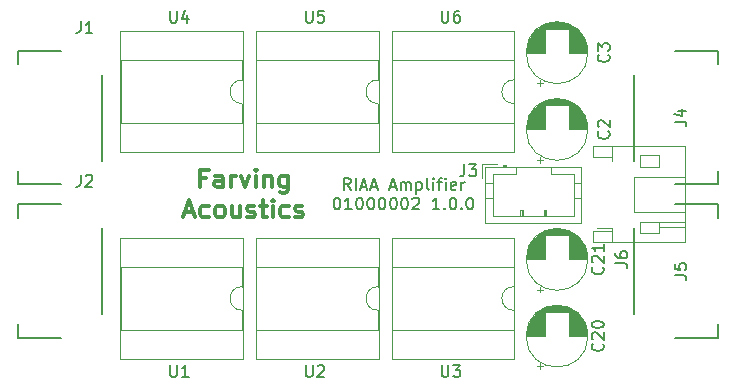
<source format=gbr>
G04 #@! TF.GenerationSoftware,KiCad,Pcbnew,(5.0.1)-rc2*
G04 #@! TF.CreationDate,2019-04-28T00:00:37+02:00*
G04 #@! TF.ProjectId,RIAA,524941412E6B696361645F7063620000,rev?*
G04 #@! TF.SameCoordinates,Original*
G04 #@! TF.FileFunction,Legend,Top*
G04 #@! TF.FilePolarity,Positive*
%FSLAX46Y46*%
G04 Gerber Fmt 4.6, Leading zero omitted, Abs format (unit mm)*
G04 Created by KiCad (PCBNEW (5.0.1)-rc2) date 28-04-2019 00:00:37*
%MOMM*%
%LPD*%
G01*
G04 APERTURE LIST*
%ADD10C,0.150000*%
%ADD11C,0.300000*%
%ADD12C,0.120000*%
G04 APERTURE END LIST*
D10*
X153023809Y-104127380D02*
X152690476Y-103651190D01*
X152452380Y-104127380D02*
X152452380Y-103127380D01*
X152833333Y-103127380D01*
X152928571Y-103175000D01*
X152976190Y-103222619D01*
X153023809Y-103317857D01*
X153023809Y-103460714D01*
X152976190Y-103555952D01*
X152928571Y-103603571D01*
X152833333Y-103651190D01*
X152452380Y-103651190D01*
X153452380Y-104127380D02*
X153452380Y-103127380D01*
X153880952Y-103841666D02*
X154357142Y-103841666D01*
X153785714Y-104127380D02*
X154119047Y-103127380D01*
X154452380Y-104127380D01*
X154738095Y-103841666D02*
X155214285Y-103841666D01*
X154642857Y-104127380D02*
X154976190Y-103127380D01*
X155309523Y-104127380D01*
X156357142Y-103841666D02*
X156833333Y-103841666D01*
X156261904Y-104127380D02*
X156595238Y-103127380D01*
X156928571Y-104127380D01*
X157261904Y-104127380D02*
X157261904Y-103460714D01*
X157261904Y-103555952D02*
X157309523Y-103508333D01*
X157404761Y-103460714D01*
X157547619Y-103460714D01*
X157642857Y-103508333D01*
X157690476Y-103603571D01*
X157690476Y-104127380D01*
X157690476Y-103603571D02*
X157738095Y-103508333D01*
X157833333Y-103460714D01*
X157976190Y-103460714D01*
X158071428Y-103508333D01*
X158119047Y-103603571D01*
X158119047Y-104127380D01*
X158595238Y-103460714D02*
X158595238Y-104460714D01*
X158595238Y-103508333D02*
X158690476Y-103460714D01*
X158880952Y-103460714D01*
X158976190Y-103508333D01*
X159023809Y-103555952D01*
X159071428Y-103651190D01*
X159071428Y-103936904D01*
X159023809Y-104032142D01*
X158976190Y-104079761D01*
X158880952Y-104127380D01*
X158690476Y-104127380D01*
X158595238Y-104079761D01*
X159642857Y-104127380D02*
X159547619Y-104079761D01*
X159500000Y-103984523D01*
X159500000Y-103127380D01*
X160023809Y-104127380D02*
X160023809Y-103460714D01*
X160023809Y-103127380D02*
X159976190Y-103175000D01*
X160023809Y-103222619D01*
X160071428Y-103175000D01*
X160023809Y-103127380D01*
X160023809Y-103222619D01*
X160357142Y-103460714D02*
X160738095Y-103460714D01*
X160500000Y-104127380D02*
X160500000Y-103270238D01*
X160547619Y-103175000D01*
X160642857Y-103127380D01*
X160738095Y-103127380D01*
X161071428Y-104127380D02*
X161071428Y-103460714D01*
X161071428Y-103127380D02*
X161023809Y-103175000D01*
X161071428Y-103222619D01*
X161119047Y-103175000D01*
X161071428Y-103127380D01*
X161071428Y-103222619D01*
X161928571Y-104079761D02*
X161833333Y-104127380D01*
X161642857Y-104127380D01*
X161547619Y-104079761D01*
X161500000Y-103984523D01*
X161500000Y-103603571D01*
X161547619Y-103508333D01*
X161642857Y-103460714D01*
X161833333Y-103460714D01*
X161928571Y-103508333D01*
X161976190Y-103603571D01*
X161976190Y-103698809D01*
X161500000Y-103794047D01*
X162404761Y-104127380D02*
X162404761Y-103460714D01*
X162404761Y-103651190D02*
X162452380Y-103555952D01*
X162500000Y-103508333D01*
X162595238Y-103460714D01*
X162690476Y-103460714D01*
X151833333Y-104777380D02*
X151928571Y-104777380D01*
X152023809Y-104825000D01*
X152071428Y-104872619D01*
X152119047Y-104967857D01*
X152166666Y-105158333D01*
X152166666Y-105396428D01*
X152119047Y-105586904D01*
X152071428Y-105682142D01*
X152023809Y-105729761D01*
X151928571Y-105777380D01*
X151833333Y-105777380D01*
X151738095Y-105729761D01*
X151690476Y-105682142D01*
X151642857Y-105586904D01*
X151595238Y-105396428D01*
X151595238Y-105158333D01*
X151642857Y-104967857D01*
X151690476Y-104872619D01*
X151738095Y-104825000D01*
X151833333Y-104777380D01*
X153119047Y-105777380D02*
X152547619Y-105777380D01*
X152833333Y-105777380D02*
X152833333Y-104777380D01*
X152738095Y-104920238D01*
X152642857Y-105015476D01*
X152547619Y-105063095D01*
X153738095Y-104777380D02*
X153833333Y-104777380D01*
X153928571Y-104825000D01*
X153976190Y-104872619D01*
X154023809Y-104967857D01*
X154071428Y-105158333D01*
X154071428Y-105396428D01*
X154023809Y-105586904D01*
X153976190Y-105682142D01*
X153928571Y-105729761D01*
X153833333Y-105777380D01*
X153738095Y-105777380D01*
X153642857Y-105729761D01*
X153595238Y-105682142D01*
X153547619Y-105586904D01*
X153500000Y-105396428D01*
X153500000Y-105158333D01*
X153547619Y-104967857D01*
X153595238Y-104872619D01*
X153642857Y-104825000D01*
X153738095Y-104777380D01*
X154690476Y-104777380D02*
X154785714Y-104777380D01*
X154880952Y-104825000D01*
X154928571Y-104872619D01*
X154976190Y-104967857D01*
X155023809Y-105158333D01*
X155023809Y-105396428D01*
X154976190Y-105586904D01*
X154928571Y-105682142D01*
X154880952Y-105729761D01*
X154785714Y-105777380D01*
X154690476Y-105777380D01*
X154595238Y-105729761D01*
X154547619Y-105682142D01*
X154500000Y-105586904D01*
X154452380Y-105396428D01*
X154452380Y-105158333D01*
X154500000Y-104967857D01*
X154547619Y-104872619D01*
X154595238Y-104825000D01*
X154690476Y-104777380D01*
X155642857Y-104777380D02*
X155738095Y-104777380D01*
X155833333Y-104825000D01*
X155880952Y-104872619D01*
X155928571Y-104967857D01*
X155976190Y-105158333D01*
X155976190Y-105396428D01*
X155928571Y-105586904D01*
X155880952Y-105682142D01*
X155833333Y-105729761D01*
X155738095Y-105777380D01*
X155642857Y-105777380D01*
X155547619Y-105729761D01*
X155500000Y-105682142D01*
X155452380Y-105586904D01*
X155404761Y-105396428D01*
X155404761Y-105158333D01*
X155452380Y-104967857D01*
X155500000Y-104872619D01*
X155547619Y-104825000D01*
X155642857Y-104777380D01*
X156595238Y-104777380D02*
X156690476Y-104777380D01*
X156785714Y-104825000D01*
X156833333Y-104872619D01*
X156880952Y-104967857D01*
X156928571Y-105158333D01*
X156928571Y-105396428D01*
X156880952Y-105586904D01*
X156833333Y-105682142D01*
X156785714Y-105729761D01*
X156690476Y-105777380D01*
X156595238Y-105777380D01*
X156500000Y-105729761D01*
X156452380Y-105682142D01*
X156404761Y-105586904D01*
X156357142Y-105396428D01*
X156357142Y-105158333D01*
X156404761Y-104967857D01*
X156452380Y-104872619D01*
X156500000Y-104825000D01*
X156595238Y-104777380D01*
X157547619Y-104777380D02*
X157642857Y-104777380D01*
X157738095Y-104825000D01*
X157785714Y-104872619D01*
X157833333Y-104967857D01*
X157880952Y-105158333D01*
X157880952Y-105396428D01*
X157833333Y-105586904D01*
X157785714Y-105682142D01*
X157738095Y-105729761D01*
X157642857Y-105777380D01*
X157547619Y-105777380D01*
X157452380Y-105729761D01*
X157404761Y-105682142D01*
X157357142Y-105586904D01*
X157309523Y-105396428D01*
X157309523Y-105158333D01*
X157357142Y-104967857D01*
X157404761Y-104872619D01*
X157452380Y-104825000D01*
X157547619Y-104777380D01*
X158261904Y-104872619D02*
X158309523Y-104825000D01*
X158404761Y-104777380D01*
X158642857Y-104777380D01*
X158738095Y-104825000D01*
X158785714Y-104872619D01*
X158833333Y-104967857D01*
X158833333Y-105063095D01*
X158785714Y-105205952D01*
X158214285Y-105777380D01*
X158833333Y-105777380D01*
X160547619Y-105777380D02*
X159976190Y-105777380D01*
X160261904Y-105777380D02*
X160261904Y-104777380D01*
X160166666Y-104920238D01*
X160071428Y-105015476D01*
X159976190Y-105063095D01*
X160976190Y-105682142D02*
X161023809Y-105729761D01*
X160976190Y-105777380D01*
X160928571Y-105729761D01*
X160976190Y-105682142D01*
X160976190Y-105777380D01*
X161642857Y-104777380D02*
X161738095Y-104777380D01*
X161833333Y-104825000D01*
X161880952Y-104872619D01*
X161928571Y-104967857D01*
X161976190Y-105158333D01*
X161976190Y-105396428D01*
X161928571Y-105586904D01*
X161880952Y-105682142D01*
X161833333Y-105729761D01*
X161738095Y-105777380D01*
X161642857Y-105777380D01*
X161547619Y-105729761D01*
X161500000Y-105682142D01*
X161452380Y-105586904D01*
X161404761Y-105396428D01*
X161404761Y-105158333D01*
X161452380Y-104967857D01*
X161500000Y-104872619D01*
X161547619Y-104825000D01*
X161642857Y-104777380D01*
X162404761Y-105682142D02*
X162452380Y-105729761D01*
X162404761Y-105777380D01*
X162357142Y-105729761D01*
X162404761Y-105682142D01*
X162404761Y-105777380D01*
X163071428Y-104777380D02*
X163166666Y-104777380D01*
X163261904Y-104825000D01*
X163309523Y-104872619D01*
X163357142Y-104967857D01*
X163404761Y-105158333D01*
X163404761Y-105396428D01*
X163357142Y-105586904D01*
X163309523Y-105682142D01*
X163261904Y-105729761D01*
X163166666Y-105777380D01*
X163071428Y-105777380D01*
X162976190Y-105729761D01*
X162928571Y-105682142D01*
X162880952Y-105586904D01*
X162833333Y-105396428D01*
X162833333Y-105158333D01*
X162880952Y-104967857D01*
X162928571Y-104872619D01*
X162976190Y-104825000D01*
X163071428Y-104777380D01*
D11*
X140785714Y-103117857D02*
X140285714Y-103117857D01*
X140285714Y-103903571D02*
X140285714Y-102403571D01*
X141000000Y-102403571D01*
X142214285Y-103903571D02*
X142214285Y-103117857D01*
X142142857Y-102975000D01*
X142000000Y-102903571D01*
X141714285Y-102903571D01*
X141571428Y-102975000D01*
X142214285Y-103832142D02*
X142071428Y-103903571D01*
X141714285Y-103903571D01*
X141571428Y-103832142D01*
X141500000Y-103689285D01*
X141500000Y-103546428D01*
X141571428Y-103403571D01*
X141714285Y-103332142D01*
X142071428Y-103332142D01*
X142214285Y-103260714D01*
X142928571Y-103903571D02*
X142928571Y-102903571D01*
X142928571Y-103189285D02*
X143000000Y-103046428D01*
X143071428Y-102975000D01*
X143214285Y-102903571D01*
X143357142Y-102903571D01*
X143714285Y-102903571D02*
X144071428Y-103903571D01*
X144428571Y-102903571D01*
X145000000Y-103903571D02*
X145000000Y-102903571D01*
X145000000Y-102403571D02*
X144928571Y-102475000D01*
X145000000Y-102546428D01*
X145071428Y-102475000D01*
X145000000Y-102403571D01*
X145000000Y-102546428D01*
X145714285Y-102903571D02*
X145714285Y-103903571D01*
X145714285Y-103046428D02*
X145785714Y-102975000D01*
X145928571Y-102903571D01*
X146142857Y-102903571D01*
X146285714Y-102975000D01*
X146357142Y-103117857D01*
X146357142Y-103903571D01*
X147714285Y-102903571D02*
X147714285Y-104117857D01*
X147642857Y-104260714D01*
X147571428Y-104332142D01*
X147428571Y-104403571D01*
X147214285Y-104403571D01*
X147071428Y-104332142D01*
X147714285Y-103832142D02*
X147571428Y-103903571D01*
X147285714Y-103903571D01*
X147142857Y-103832142D01*
X147071428Y-103760714D01*
X147000000Y-103617857D01*
X147000000Y-103189285D01*
X147071428Y-103046428D01*
X147142857Y-102975000D01*
X147285714Y-102903571D01*
X147571428Y-102903571D01*
X147714285Y-102975000D01*
X139000000Y-106025000D02*
X139714285Y-106025000D01*
X138857142Y-106453571D02*
X139357142Y-104953571D01*
X139857142Y-106453571D01*
X141000000Y-106382142D02*
X140857142Y-106453571D01*
X140571428Y-106453571D01*
X140428571Y-106382142D01*
X140357142Y-106310714D01*
X140285714Y-106167857D01*
X140285714Y-105739285D01*
X140357142Y-105596428D01*
X140428571Y-105525000D01*
X140571428Y-105453571D01*
X140857142Y-105453571D01*
X141000000Y-105525000D01*
X141857142Y-106453571D02*
X141714285Y-106382142D01*
X141642857Y-106310714D01*
X141571428Y-106167857D01*
X141571428Y-105739285D01*
X141642857Y-105596428D01*
X141714285Y-105525000D01*
X141857142Y-105453571D01*
X142071428Y-105453571D01*
X142214285Y-105525000D01*
X142285714Y-105596428D01*
X142357142Y-105739285D01*
X142357142Y-106167857D01*
X142285714Y-106310714D01*
X142214285Y-106382142D01*
X142071428Y-106453571D01*
X141857142Y-106453571D01*
X143642857Y-105453571D02*
X143642857Y-106453571D01*
X143000000Y-105453571D02*
X143000000Y-106239285D01*
X143071428Y-106382142D01*
X143214285Y-106453571D01*
X143428571Y-106453571D01*
X143571428Y-106382142D01*
X143642857Y-106310714D01*
X144285714Y-106382142D02*
X144428571Y-106453571D01*
X144714285Y-106453571D01*
X144857142Y-106382142D01*
X144928571Y-106239285D01*
X144928571Y-106167857D01*
X144857142Y-106025000D01*
X144714285Y-105953571D01*
X144500000Y-105953571D01*
X144357142Y-105882142D01*
X144285714Y-105739285D01*
X144285714Y-105667857D01*
X144357142Y-105525000D01*
X144500000Y-105453571D01*
X144714285Y-105453571D01*
X144857142Y-105525000D01*
X145357142Y-105453571D02*
X145928571Y-105453571D01*
X145571428Y-104953571D02*
X145571428Y-106239285D01*
X145642857Y-106382142D01*
X145785714Y-106453571D01*
X145928571Y-106453571D01*
X146428571Y-106453571D02*
X146428571Y-105453571D01*
X146428571Y-104953571D02*
X146357142Y-105025000D01*
X146428571Y-105096428D01*
X146500000Y-105025000D01*
X146428571Y-104953571D01*
X146428571Y-105096428D01*
X147785714Y-106382142D02*
X147642857Y-106453571D01*
X147357142Y-106453571D01*
X147214285Y-106382142D01*
X147142857Y-106310714D01*
X147071428Y-106167857D01*
X147071428Y-105739285D01*
X147142857Y-105596428D01*
X147214285Y-105525000D01*
X147357142Y-105453571D01*
X147642857Y-105453571D01*
X147785714Y-105525000D01*
X148357142Y-106382142D02*
X148500000Y-106453571D01*
X148785714Y-106453571D01*
X148928571Y-106382142D01*
X149000000Y-106239285D01*
X149000000Y-106167857D01*
X148928571Y-106025000D01*
X148785714Y-105953571D01*
X148571428Y-105953571D01*
X148428571Y-105882142D01*
X148357142Y-105739285D01*
X148357142Y-105667857D01*
X148428571Y-105525000D01*
X148571428Y-105453571D01*
X148785714Y-105453571D01*
X148928571Y-105525000D01*
D12*
G04 #@! TO.C,C3*
X168775000Y-95054775D02*
X169275000Y-95054775D01*
X169025000Y-95304775D02*
X169025000Y-94804775D01*
X170216000Y-89899000D02*
X170784000Y-89899000D01*
X169982000Y-89939000D02*
X171018000Y-89939000D01*
X169823000Y-89979000D02*
X171177000Y-89979000D01*
X169695000Y-90019000D02*
X171305000Y-90019000D01*
X169585000Y-90059000D02*
X171415000Y-90059000D01*
X169489000Y-90099000D02*
X171511000Y-90099000D01*
X169402000Y-90139000D02*
X171598000Y-90139000D01*
X169322000Y-90179000D02*
X171678000Y-90179000D01*
X169249000Y-90219000D02*
X171751000Y-90219000D01*
X169181000Y-90259000D02*
X171819000Y-90259000D01*
X169117000Y-90299000D02*
X171883000Y-90299000D01*
X169057000Y-90339000D02*
X171943000Y-90339000D01*
X169000000Y-90379000D02*
X172000000Y-90379000D01*
X168946000Y-90419000D02*
X172054000Y-90419000D01*
X168895000Y-90459000D02*
X172105000Y-90459000D01*
X171540000Y-90499000D02*
X172153000Y-90499000D01*
X168847000Y-90499000D02*
X169460000Y-90499000D01*
X171540000Y-90539000D02*
X172199000Y-90539000D01*
X168801000Y-90539000D02*
X169460000Y-90539000D01*
X171540000Y-90579000D02*
X172243000Y-90579000D01*
X168757000Y-90579000D02*
X169460000Y-90579000D01*
X171540000Y-90619000D02*
X172285000Y-90619000D01*
X168715000Y-90619000D02*
X169460000Y-90619000D01*
X171540000Y-90659000D02*
X172326000Y-90659000D01*
X168674000Y-90659000D02*
X169460000Y-90659000D01*
X171540000Y-90699000D02*
X172364000Y-90699000D01*
X168636000Y-90699000D02*
X169460000Y-90699000D01*
X171540000Y-90739000D02*
X172401000Y-90739000D01*
X168599000Y-90739000D02*
X169460000Y-90739000D01*
X171540000Y-90779000D02*
X172437000Y-90779000D01*
X168563000Y-90779000D02*
X169460000Y-90779000D01*
X171540000Y-90819000D02*
X172471000Y-90819000D01*
X168529000Y-90819000D02*
X169460000Y-90819000D01*
X171540000Y-90859000D02*
X172504000Y-90859000D01*
X168496000Y-90859000D02*
X169460000Y-90859000D01*
X171540000Y-90899000D02*
X172535000Y-90899000D01*
X168465000Y-90899000D02*
X169460000Y-90899000D01*
X171540000Y-90939000D02*
X172565000Y-90939000D01*
X168435000Y-90939000D02*
X169460000Y-90939000D01*
X171540000Y-90979000D02*
X172595000Y-90979000D01*
X168405000Y-90979000D02*
X169460000Y-90979000D01*
X171540000Y-91019000D02*
X172622000Y-91019000D01*
X168378000Y-91019000D02*
X169460000Y-91019000D01*
X171540000Y-91059000D02*
X172649000Y-91059000D01*
X168351000Y-91059000D02*
X169460000Y-91059000D01*
X171540000Y-91099000D02*
X172675000Y-91099000D01*
X168325000Y-91099000D02*
X169460000Y-91099000D01*
X171540000Y-91139000D02*
X172700000Y-91139000D01*
X168300000Y-91139000D02*
X169460000Y-91139000D01*
X171540000Y-91179000D02*
X172724000Y-91179000D01*
X168276000Y-91179000D02*
X169460000Y-91179000D01*
X171540000Y-91219000D02*
X172747000Y-91219000D01*
X168253000Y-91219000D02*
X169460000Y-91219000D01*
X171540000Y-91259000D02*
X172768000Y-91259000D01*
X168232000Y-91259000D02*
X169460000Y-91259000D01*
X171540000Y-91299000D02*
X172790000Y-91299000D01*
X168210000Y-91299000D02*
X169460000Y-91299000D01*
X171540000Y-91339000D02*
X172810000Y-91339000D01*
X168190000Y-91339000D02*
X169460000Y-91339000D01*
X171540000Y-91379000D02*
X172829000Y-91379000D01*
X168171000Y-91379000D02*
X169460000Y-91379000D01*
X171540000Y-91419000D02*
X172848000Y-91419000D01*
X168152000Y-91419000D02*
X169460000Y-91419000D01*
X171540000Y-91459000D02*
X172865000Y-91459000D01*
X168135000Y-91459000D02*
X169460000Y-91459000D01*
X171540000Y-91499000D02*
X172882000Y-91499000D01*
X168118000Y-91499000D02*
X169460000Y-91499000D01*
X171540000Y-91539000D02*
X172898000Y-91539000D01*
X168102000Y-91539000D02*
X169460000Y-91539000D01*
X171540000Y-91579000D02*
X172914000Y-91579000D01*
X168086000Y-91579000D02*
X169460000Y-91579000D01*
X171540000Y-91619000D02*
X172928000Y-91619000D01*
X168072000Y-91619000D02*
X169460000Y-91619000D01*
X171540000Y-91659000D02*
X172942000Y-91659000D01*
X168058000Y-91659000D02*
X169460000Y-91659000D01*
X171540000Y-91699000D02*
X172955000Y-91699000D01*
X168045000Y-91699000D02*
X169460000Y-91699000D01*
X171540000Y-91739000D02*
X172968000Y-91739000D01*
X168032000Y-91739000D02*
X169460000Y-91739000D01*
X171540000Y-91779000D02*
X172980000Y-91779000D01*
X168020000Y-91779000D02*
X169460000Y-91779000D01*
X171540000Y-91820000D02*
X172991000Y-91820000D01*
X168009000Y-91820000D02*
X169460000Y-91820000D01*
X171540000Y-91860000D02*
X173001000Y-91860000D01*
X167999000Y-91860000D02*
X169460000Y-91860000D01*
X171540000Y-91900000D02*
X173011000Y-91900000D01*
X167989000Y-91900000D02*
X169460000Y-91900000D01*
X171540000Y-91940000D02*
X173020000Y-91940000D01*
X167980000Y-91940000D02*
X169460000Y-91940000D01*
X171540000Y-91980000D02*
X173028000Y-91980000D01*
X167972000Y-91980000D02*
X169460000Y-91980000D01*
X171540000Y-92020000D02*
X173036000Y-92020000D01*
X167964000Y-92020000D02*
X169460000Y-92020000D01*
X171540000Y-92060000D02*
X173043000Y-92060000D01*
X167957000Y-92060000D02*
X169460000Y-92060000D01*
X171540000Y-92100000D02*
X173050000Y-92100000D01*
X167950000Y-92100000D02*
X169460000Y-92100000D01*
X171540000Y-92140000D02*
X173056000Y-92140000D01*
X167944000Y-92140000D02*
X169460000Y-92140000D01*
X171540000Y-92180000D02*
X173061000Y-92180000D01*
X167939000Y-92180000D02*
X169460000Y-92180000D01*
X171540000Y-92220000D02*
X173065000Y-92220000D01*
X167935000Y-92220000D02*
X169460000Y-92220000D01*
X171540000Y-92260000D02*
X173069000Y-92260000D01*
X167931000Y-92260000D02*
X169460000Y-92260000D01*
X171540000Y-92300000D02*
X173073000Y-92300000D01*
X167927000Y-92300000D02*
X169460000Y-92300000D01*
X171540000Y-92340000D02*
X173076000Y-92340000D01*
X167924000Y-92340000D02*
X169460000Y-92340000D01*
X171540000Y-92380000D02*
X173078000Y-92380000D01*
X167922000Y-92380000D02*
X169460000Y-92380000D01*
X171540000Y-92420000D02*
X173079000Y-92420000D01*
X167921000Y-92420000D02*
X169460000Y-92420000D01*
X167920000Y-92460000D02*
X169460000Y-92460000D01*
X171540000Y-92460000D02*
X173080000Y-92460000D01*
X167920000Y-92500000D02*
X169460000Y-92500000D01*
X171540000Y-92500000D02*
X173080000Y-92500000D01*
X173120000Y-92500000D02*
G75*
G03X173120000Y-92500000I-2620000J0D01*
G01*
G04 #@! TO.C,U1*
X143890000Y-118450000D02*
X143890000Y-108170000D01*
X133490000Y-118450000D02*
X143890000Y-118450000D01*
X133490000Y-108170000D02*
X133490000Y-118450000D01*
X143890000Y-108170000D02*
X133490000Y-108170000D01*
X143830000Y-115960000D02*
X143830000Y-114310000D01*
X133550000Y-115960000D02*
X143830000Y-115960000D01*
X133550000Y-110660000D02*
X133550000Y-115960000D01*
X143830000Y-110660000D02*
X133550000Y-110660000D01*
X143830000Y-112310000D02*
X143830000Y-110660000D01*
X143830000Y-114310000D02*
G75*
G02X143830000Y-112310000I0J1000000D01*
G01*
G04 #@! TO.C,U2*
X155390000Y-118450000D02*
X155390000Y-108170000D01*
X144990000Y-118450000D02*
X155390000Y-118450000D01*
X144990000Y-108170000D02*
X144990000Y-118450000D01*
X155390000Y-108170000D02*
X144990000Y-108170000D01*
X155330000Y-115960000D02*
X155330000Y-114310000D01*
X145050000Y-115960000D02*
X155330000Y-115960000D01*
X145050000Y-110660000D02*
X145050000Y-115960000D01*
X155330000Y-110660000D02*
X145050000Y-110660000D01*
X155330000Y-112310000D02*
X155330000Y-110660000D01*
X155330000Y-114310000D02*
G75*
G02X155330000Y-112310000I0J1000000D01*
G01*
G04 #@! TO.C,U3*
X166830000Y-114310000D02*
G75*
G02X166830000Y-112310000I0J1000000D01*
G01*
X166830000Y-112310000D02*
X166830000Y-110660000D01*
X166830000Y-110660000D02*
X156550000Y-110660000D01*
X156550000Y-110660000D02*
X156550000Y-115960000D01*
X156550000Y-115960000D02*
X166830000Y-115960000D01*
X166830000Y-115960000D02*
X166830000Y-114310000D01*
X166890000Y-108170000D02*
X156490000Y-108170000D01*
X156490000Y-108170000D02*
X156490000Y-118450000D01*
X156490000Y-118450000D02*
X166890000Y-118450000D01*
X166890000Y-118450000D02*
X166890000Y-108170000D01*
G04 #@! TO.C,U4*
X143830000Y-96810000D02*
G75*
G02X143830000Y-94810000I0J1000000D01*
G01*
X143830000Y-94810000D02*
X143830000Y-93160000D01*
X143830000Y-93160000D02*
X133550000Y-93160000D01*
X133550000Y-93160000D02*
X133550000Y-98460000D01*
X133550000Y-98460000D02*
X143830000Y-98460000D01*
X143830000Y-98460000D02*
X143830000Y-96810000D01*
X143890000Y-90670000D02*
X133490000Y-90670000D01*
X133490000Y-90670000D02*
X133490000Y-100950000D01*
X133490000Y-100950000D02*
X143890000Y-100950000D01*
X143890000Y-100950000D02*
X143890000Y-90670000D01*
G04 #@! TO.C,C2*
X168775000Y-101554775D02*
X169275000Y-101554775D01*
X169025000Y-101804775D02*
X169025000Y-101304775D01*
X170216000Y-96399000D02*
X170784000Y-96399000D01*
X169982000Y-96439000D02*
X171018000Y-96439000D01*
X169823000Y-96479000D02*
X171177000Y-96479000D01*
X169695000Y-96519000D02*
X171305000Y-96519000D01*
X169585000Y-96559000D02*
X171415000Y-96559000D01*
X169489000Y-96599000D02*
X171511000Y-96599000D01*
X169402000Y-96639000D02*
X171598000Y-96639000D01*
X169322000Y-96679000D02*
X171678000Y-96679000D01*
X169249000Y-96719000D02*
X171751000Y-96719000D01*
X169181000Y-96759000D02*
X171819000Y-96759000D01*
X169117000Y-96799000D02*
X171883000Y-96799000D01*
X169057000Y-96839000D02*
X171943000Y-96839000D01*
X169000000Y-96879000D02*
X172000000Y-96879000D01*
X168946000Y-96919000D02*
X172054000Y-96919000D01*
X168895000Y-96959000D02*
X172105000Y-96959000D01*
X171540000Y-96999000D02*
X172153000Y-96999000D01*
X168847000Y-96999000D02*
X169460000Y-96999000D01*
X171540000Y-97039000D02*
X172199000Y-97039000D01*
X168801000Y-97039000D02*
X169460000Y-97039000D01*
X171540000Y-97079000D02*
X172243000Y-97079000D01*
X168757000Y-97079000D02*
X169460000Y-97079000D01*
X171540000Y-97119000D02*
X172285000Y-97119000D01*
X168715000Y-97119000D02*
X169460000Y-97119000D01*
X171540000Y-97159000D02*
X172326000Y-97159000D01*
X168674000Y-97159000D02*
X169460000Y-97159000D01*
X171540000Y-97199000D02*
X172364000Y-97199000D01*
X168636000Y-97199000D02*
X169460000Y-97199000D01*
X171540000Y-97239000D02*
X172401000Y-97239000D01*
X168599000Y-97239000D02*
X169460000Y-97239000D01*
X171540000Y-97279000D02*
X172437000Y-97279000D01*
X168563000Y-97279000D02*
X169460000Y-97279000D01*
X171540000Y-97319000D02*
X172471000Y-97319000D01*
X168529000Y-97319000D02*
X169460000Y-97319000D01*
X171540000Y-97359000D02*
X172504000Y-97359000D01*
X168496000Y-97359000D02*
X169460000Y-97359000D01*
X171540000Y-97399000D02*
X172535000Y-97399000D01*
X168465000Y-97399000D02*
X169460000Y-97399000D01*
X171540000Y-97439000D02*
X172565000Y-97439000D01*
X168435000Y-97439000D02*
X169460000Y-97439000D01*
X171540000Y-97479000D02*
X172595000Y-97479000D01*
X168405000Y-97479000D02*
X169460000Y-97479000D01*
X171540000Y-97519000D02*
X172622000Y-97519000D01*
X168378000Y-97519000D02*
X169460000Y-97519000D01*
X171540000Y-97559000D02*
X172649000Y-97559000D01*
X168351000Y-97559000D02*
X169460000Y-97559000D01*
X171540000Y-97599000D02*
X172675000Y-97599000D01*
X168325000Y-97599000D02*
X169460000Y-97599000D01*
X171540000Y-97639000D02*
X172700000Y-97639000D01*
X168300000Y-97639000D02*
X169460000Y-97639000D01*
X171540000Y-97679000D02*
X172724000Y-97679000D01*
X168276000Y-97679000D02*
X169460000Y-97679000D01*
X171540000Y-97719000D02*
X172747000Y-97719000D01*
X168253000Y-97719000D02*
X169460000Y-97719000D01*
X171540000Y-97759000D02*
X172768000Y-97759000D01*
X168232000Y-97759000D02*
X169460000Y-97759000D01*
X171540000Y-97799000D02*
X172790000Y-97799000D01*
X168210000Y-97799000D02*
X169460000Y-97799000D01*
X171540000Y-97839000D02*
X172810000Y-97839000D01*
X168190000Y-97839000D02*
X169460000Y-97839000D01*
X171540000Y-97879000D02*
X172829000Y-97879000D01*
X168171000Y-97879000D02*
X169460000Y-97879000D01*
X171540000Y-97919000D02*
X172848000Y-97919000D01*
X168152000Y-97919000D02*
X169460000Y-97919000D01*
X171540000Y-97959000D02*
X172865000Y-97959000D01*
X168135000Y-97959000D02*
X169460000Y-97959000D01*
X171540000Y-97999000D02*
X172882000Y-97999000D01*
X168118000Y-97999000D02*
X169460000Y-97999000D01*
X171540000Y-98039000D02*
X172898000Y-98039000D01*
X168102000Y-98039000D02*
X169460000Y-98039000D01*
X171540000Y-98079000D02*
X172914000Y-98079000D01*
X168086000Y-98079000D02*
X169460000Y-98079000D01*
X171540000Y-98119000D02*
X172928000Y-98119000D01*
X168072000Y-98119000D02*
X169460000Y-98119000D01*
X171540000Y-98159000D02*
X172942000Y-98159000D01*
X168058000Y-98159000D02*
X169460000Y-98159000D01*
X171540000Y-98199000D02*
X172955000Y-98199000D01*
X168045000Y-98199000D02*
X169460000Y-98199000D01*
X171540000Y-98239000D02*
X172968000Y-98239000D01*
X168032000Y-98239000D02*
X169460000Y-98239000D01*
X171540000Y-98279000D02*
X172980000Y-98279000D01*
X168020000Y-98279000D02*
X169460000Y-98279000D01*
X171540000Y-98320000D02*
X172991000Y-98320000D01*
X168009000Y-98320000D02*
X169460000Y-98320000D01*
X171540000Y-98360000D02*
X173001000Y-98360000D01*
X167999000Y-98360000D02*
X169460000Y-98360000D01*
X171540000Y-98400000D02*
X173011000Y-98400000D01*
X167989000Y-98400000D02*
X169460000Y-98400000D01*
X171540000Y-98440000D02*
X173020000Y-98440000D01*
X167980000Y-98440000D02*
X169460000Y-98440000D01*
X171540000Y-98480000D02*
X173028000Y-98480000D01*
X167972000Y-98480000D02*
X169460000Y-98480000D01*
X171540000Y-98520000D02*
X173036000Y-98520000D01*
X167964000Y-98520000D02*
X169460000Y-98520000D01*
X171540000Y-98560000D02*
X173043000Y-98560000D01*
X167957000Y-98560000D02*
X169460000Y-98560000D01*
X171540000Y-98600000D02*
X173050000Y-98600000D01*
X167950000Y-98600000D02*
X169460000Y-98600000D01*
X171540000Y-98640000D02*
X173056000Y-98640000D01*
X167944000Y-98640000D02*
X169460000Y-98640000D01*
X171540000Y-98680000D02*
X173061000Y-98680000D01*
X167939000Y-98680000D02*
X169460000Y-98680000D01*
X171540000Y-98720000D02*
X173065000Y-98720000D01*
X167935000Y-98720000D02*
X169460000Y-98720000D01*
X171540000Y-98760000D02*
X173069000Y-98760000D01*
X167931000Y-98760000D02*
X169460000Y-98760000D01*
X171540000Y-98800000D02*
X173073000Y-98800000D01*
X167927000Y-98800000D02*
X169460000Y-98800000D01*
X171540000Y-98840000D02*
X173076000Y-98840000D01*
X167924000Y-98840000D02*
X169460000Y-98840000D01*
X171540000Y-98880000D02*
X173078000Y-98880000D01*
X167922000Y-98880000D02*
X169460000Y-98880000D01*
X171540000Y-98920000D02*
X173079000Y-98920000D01*
X167921000Y-98920000D02*
X169460000Y-98920000D01*
X167920000Y-98960000D02*
X169460000Y-98960000D01*
X171540000Y-98960000D02*
X173080000Y-98960000D01*
X167920000Y-99000000D02*
X169460000Y-99000000D01*
X171540000Y-99000000D02*
X173080000Y-99000000D01*
X173120000Y-99000000D02*
G75*
G03X173120000Y-99000000I-2620000J0D01*
G01*
D10*
G04 #@! TO.C,J1*
X124900000Y-102500000D02*
X124900000Y-103650000D01*
X124900000Y-103650000D02*
X128500000Y-103650000D01*
X132000000Y-101650000D02*
X132000000Y-94350000D01*
X124900000Y-92350000D02*
X124900000Y-93500000D01*
X128500000Y-92350000D02*
X124900000Y-92350000D01*
G04 #@! TO.C,J2*
X128500000Y-105350000D02*
X124900000Y-105350000D01*
X124900000Y-105350000D02*
X124900000Y-106500000D01*
X132000000Y-114650000D02*
X132000000Y-107350000D01*
X124900000Y-116650000D02*
X128500000Y-116650000D01*
X124900000Y-115500000D02*
X124900000Y-116650000D01*
G04 #@! TO.C,J4*
X180500000Y-103650000D02*
X184100000Y-103650000D01*
X184100000Y-103650000D02*
X184100000Y-102500000D01*
X177000000Y-94350000D02*
X177000000Y-101650000D01*
X184100000Y-92350000D02*
X180500000Y-92350000D01*
X184100000Y-93500000D02*
X184100000Y-92350000D01*
D12*
G04 #@! TO.C,C20*
X173120000Y-116500000D02*
G75*
G03X173120000Y-116500000I-2620000J0D01*
G01*
X171540000Y-116500000D02*
X173080000Y-116500000D01*
X167920000Y-116500000D02*
X169460000Y-116500000D01*
X171540000Y-116460000D02*
X173080000Y-116460000D01*
X167920000Y-116460000D02*
X169460000Y-116460000D01*
X167921000Y-116420000D02*
X169460000Y-116420000D01*
X171540000Y-116420000D02*
X173079000Y-116420000D01*
X167922000Y-116380000D02*
X169460000Y-116380000D01*
X171540000Y-116380000D02*
X173078000Y-116380000D01*
X167924000Y-116340000D02*
X169460000Y-116340000D01*
X171540000Y-116340000D02*
X173076000Y-116340000D01*
X167927000Y-116300000D02*
X169460000Y-116300000D01*
X171540000Y-116300000D02*
X173073000Y-116300000D01*
X167931000Y-116260000D02*
X169460000Y-116260000D01*
X171540000Y-116260000D02*
X173069000Y-116260000D01*
X167935000Y-116220000D02*
X169460000Y-116220000D01*
X171540000Y-116220000D02*
X173065000Y-116220000D01*
X167939000Y-116180000D02*
X169460000Y-116180000D01*
X171540000Y-116180000D02*
X173061000Y-116180000D01*
X167944000Y-116140000D02*
X169460000Y-116140000D01*
X171540000Y-116140000D02*
X173056000Y-116140000D01*
X167950000Y-116100000D02*
X169460000Y-116100000D01*
X171540000Y-116100000D02*
X173050000Y-116100000D01*
X167957000Y-116060000D02*
X169460000Y-116060000D01*
X171540000Y-116060000D02*
X173043000Y-116060000D01*
X167964000Y-116020000D02*
X169460000Y-116020000D01*
X171540000Y-116020000D02*
X173036000Y-116020000D01*
X167972000Y-115980000D02*
X169460000Y-115980000D01*
X171540000Y-115980000D02*
X173028000Y-115980000D01*
X167980000Y-115940000D02*
X169460000Y-115940000D01*
X171540000Y-115940000D02*
X173020000Y-115940000D01*
X167989000Y-115900000D02*
X169460000Y-115900000D01*
X171540000Y-115900000D02*
X173011000Y-115900000D01*
X167999000Y-115860000D02*
X169460000Y-115860000D01*
X171540000Y-115860000D02*
X173001000Y-115860000D01*
X168009000Y-115820000D02*
X169460000Y-115820000D01*
X171540000Y-115820000D02*
X172991000Y-115820000D01*
X168020000Y-115779000D02*
X169460000Y-115779000D01*
X171540000Y-115779000D02*
X172980000Y-115779000D01*
X168032000Y-115739000D02*
X169460000Y-115739000D01*
X171540000Y-115739000D02*
X172968000Y-115739000D01*
X168045000Y-115699000D02*
X169460000Y-115699000D01*
X171540000Y-115699000D02*
X172955000Y-115699000D01*
X168058000Y-115659000D02*
X169460000Y-115659000D01*
X171540000Y-115659000D02*
X172942000Y-115659000D01*
X168072000Y-115619000D02*
X169460000Y-115619000D01*
X171540000Y-115619000D02*
X172928000Y-115619000D01*
X168086000Y-115579000D02*
X169460000Y-115579000D01*
X171540000Y-115579000D02*
X172914000Y-115579000D01*
X168102000Y-115539000D02*
X169460000Y-115539000D01*
X171540000Y-115539000D02*
X172898000Y-115539000D01*
X168118000Y-115499000D02*
X169460000Y-115499000D01*
X171540000Y-115499000D02*
X172882000Y-115499000D01*
X168135000Y-115459000D02*
X169460000Y-115459000D01*
X171540000Y-115459000D02*
X172865000Y-115459000D01*
X168152000Y-115419000D02*
X169460000Y-115419000D01*
X171540000Y-115419000D02*
X172848000Y-115419000D01*
X168171000Y-115379000D02*
X169460000Y-115379000D01*
X171540000Y-115379000D02*
X172829000Y-115379000D01*
X168190000Y-115339000D02*
X169460000Y-115339000D01*
X171540000Y-115339000D02*
X172810000Y-115339000D01*
X168210000Y-115299000D02*
X169460000Y-115299000D01*
X171540000Y-115299000D02*
X172790000Y-115299000D01*
X168232000Y-115259000D02*
X169460000Y-115259000D01*
X171540000Y-115259000D02*
X172768000Y-115259000D01*
X168253000Y-115219000D02*
X169460000Y-115219000D01*
X171540000Y-115219000D02*
X172747000Y-115219000D01*
X168276000Y-115179000D02*
X169460000Y-115179000D01*
X171540000Y-115179000D02*
X172724000Y-115179000D01*
X168300000Y-115139000D02*
X169460000Y-115139000D01*
X171540000Y-115139000D02*
X172700000Y-115139000D01*
X168325000Y-115099000D02*
X169460000Y-115099000D01*
X171540000Y-115099000D02*
X172675000Y-115099000D01*
X168351000Y-115059000D02*
X169460000Y-115059000D01*
X171540000Y-115059000D02*
X172649000Y-115059000D01*
X168378000Y-115019000D02*
X169460000Y-115019000D01*
X171540000Y-115019000D02*
X172622000Y-115019000D01*
X168405000Y-114979000D02*
X169460000Y-114979000D01*
X171540000Y-114979000D02*
X172595000Y-114979000D01*
X168435000Y-114939000D02*
X169460000Y-114939000D01*
X171540000Y-114939000D02*
X172565000Y-114939000D01*
X168465000Y-114899000D02*
X169460000Y-114899000D01*
X171540000Y-114899000D02*
X172535000Y-114899000D01*
X168496000Y-114859000D02*
X169460000Y-114859000D01*
X171540000Y-114859000D02*
X172504000Y-114859000D01*
X168529000Y-114819000D02*
X169460000Y-114819000D01*
X171540000Y-114819000D02*
X172471000Y-114819000D01*
X168563000Y-114779000D02*
X169460000Y-114779000D01*
X171540000Y-114779000D02*
X172437000Y-114779000D01*
X168599000Y-114739000D02*
X169460000Y-114739000D01*
X171540000Y-114739000D02*
X172401000Y-114739000D01*
X168636000Y-114699000D02*
X169460000Y-114699000D01*
X171540000Y-114699000D02*
X172364000Y-114699000D01*
X168674000Y-114659000D02*
X169460000Y-114659000D01*
X171540000Y-114659000D02*
X172326000Y-114659000D01*
X168715000Y-114619000D02*
X169460000Y-114619000D01*
X171540000Y-114619000D02*
X172285000Y-114619000D01*
X168757000Y-114579000D02*
X169460000Y-114579000D01*
X171540000Y-114579000D02*
X172243000Y-114579000D01*
X168801000Y-114539000D02*
X169460000Y-114539000D01*
X171540000Y-114539000D02*
X172199000Y-114539000D01*
X168847000Y-114499000D02*
X169460000Y-114499000D01*
X171540000Y-114499000D02*
X172153000Y-114499000D01*
X168895000Y-114459000D02*
X172105000Y-114459000D01*
X168946000Y-114419000D02*
X172054000Y-114419000D01*
X169000000Y-114379000D02*
X172000000Y-114379000D01*
X169057000Y-114339000D02*
X171943000Y-114339000D01*
X169117000Y-114299000D02*
X171883000Y-114299000D01*
X169181000Y-114259000D02*
X171819000Y-114259000D01*
X169249000Y-114219000D02*
X171751000Y-114219000D01*
X169322000Y-114179000D02*
X171678000Y-114179000D01*
X169402000Y-114139000D02*
X171598000Y-114139000D01*
X169489000Y-114099000D02*
X171511000Y-114099000D01*
X169585000Y-114059000D02*
X171415000Y-114059000D01*
X169695000Y-114019000D02*
X171305000Y-114019000D01*
X169823000Y-113979000D02*
X171177000Y-113979000D01*
X169982000Y-113939000D02*
X171018000Y-113939000D01*
X170216000Y-113899000D02*
X170784000Y-113899000D01*
X169025000Y-119304775D02*
X169025000Y-118804775D01*
X168775000Y-119054775D02*
X169275000Y-119054775D01*
G04 #@! TO.C,C21*
X173120000Y-110000000D02*
G75*
G03X173120000Y-110000000I-2620000J0D01*
G01*
X171540000Y-110000000D02*
X173080000Y-110000000D01*
X167920000Y-110000000D02*
X169460000Y-110000000D01*
X171540000Y-109960000D02*
X173080000Y-109960000D01*
X167920000Y-109960000D02*
X169460000Y-109960000D01*
X167921000Y-109920000D02*
X169460000Y-109920000D01*
X171540000Y-109920000D02*
X173079000Y-109920000D01*
X167922000Y-109880000D02*
X169460000Y-109880000D01*
X171540000Y-109880000D02*
X173078000Y-109880000D01*
X167924000Y-109840000D02*
X169460000Y-109840000D01*
X171540000Y-109840000D02*
X173076000Y-109840000D01*
X167927000Y-109800000D02*
X169460000Y-109800000D01*
X171540000Y-109800000D02*
X173073000Y-109800000D01*
X167931000Y-109760000D02*
X169460000Y-109760000D01*
X171540000Y-109760000D02*
X173069000Y-109760000D01*
X167935000Y-109720000D02*
X169460000Y-109720000D01*
X171540000Y-109720000D02*
X173065000Y-109720000D01*
X167939000Y-109680000D02*
X169460000Y-109680000D01*
X171540000Y-109680000D02*
X173061000Y-109680000D01*
X167944000Y-109640000D02*
X169460000Y-109640000D01*
X171540000Y-109640000D02*
X173056000Y-109640000D01*
X167950000Y-109600000D02*
X169460000Y-109600000D01*
X171540000Y-109600000D02*
X173050000Y-109600000D01*
X167957000Y-109560000D02*
X169460000Y-109560000D01*
X171540000Y-109560000D02*
X173043000Y-109560000D01*
X167964000Y-109520000D02*
X169460000Y-109520000D01*
X171540000Y-109520000D02*
X173036000Y-109520000D01*
X167972000Y-109480000D02*
X169460000Y-109480000D01*
X171540000Y-109480000D02*
X173028000Y-109480000D01*
X167980000Y-109440000D02*
X169460000Y-109440000D01*
X171540000Y-109440000D02*
X173020000Y-109440000D01*
X167989000Y-109400000D02*
X169460000Y-109400000D01*
X171540000Y-109400000D02*
X173011000Y-109400000D01*
X167999000Y-109360000D02*
X169460000Y-109360000D01*
X171540000Y-109360000D02*
X173001000Y-109360000D01*
X168009000Y-109320000D02*
X169460000Y-109320000D01*
X171540000Y-109320000D02*
X172991000Y-109320000D01*
X168020000Y-109279000D02*
X169460000Y-109279000D01*
X171540000Y-109279000D02*
X172980000Y-109279000D01*
X168032000Y-109239000D02*
X169460000Y-109239000D01*
X171540000Y-109239000D02*
X172968000Y-109239000D01*
X168045000Y-109199000D02*
X169460000Y-109199000D01*
X171540000Y-109199000D02*
X172955000Y-109199000D01*
X168058000Y-109159000D02*
X169460000Y-109159000D01*
X171540000Y-109159000D02*
X172942000Y-109159000D01*
X168072000Y-109119000D02*
X169460000Y-109119000D01*
X171540000Y-109119000D02*
X172928000Y-109119000D01*
X168086000Y-109079000D02*
X169460000Y-109079000D01*
X171540000Y-109079000D02*
X172914000Y-109079000D01*
X168102000Y-109039000D02*
X169460000Y-109039000D01*
X171540000Y-109039000D02*
X172898000Y-109039000D01*
X168118000Y-108999000D02*
X169460000Y-108999000D01*
X171540000Y-108999000D02*
X172882000Y-108999000D01*
X168135000Y-108959000D02*
X169460000Y-108959000D01*
X171540000Y-108959000D02*
X172865000Y-108959000D01*
X168152000Y-108919000D02*
X169460000Y-108919000D01*
X171540000Y-108919000D02*
X172848000Y-108919000D01*
X168171000Y-108879000D02*
X169460000Y-108879000D01*
X171540000Y-108879000D02*
X172829000Y-108879000D01*
X168190000Y-108839000D02*
X169460000Y-108839000D01*
X171540000Y-108839000D02*
X172810000Y-108839000D01*
X168210000Y-108799000D02*
X169460000Y-108799000D01*
X171540000Y-108799000D02*
X172790000Y-108799000D01*
X168232000Y-108759000D02*
X169460000Y-108759000D01*
X171540000Y-108759000D02*
X172768000Y-108759000D01*
X168253000Y-108719000D02*
X169460000Y-108719000D01*
X171540000Y-108719000D02*
X172747000Y-108719000D01*
X168276000Y-108679000D02*
X169460000Y-108679000D01*
X171540000Y-108679000D02*
X172724000Y-108679000D01*
X168300000Y-108639000D02*
X169460000Y-108639000D01*
X171540000Y-108639000D02*
X172700000Y-108639000D01*
X168325000Y-108599000D02*
X169460000Y-108599000D01*
X171540000Y-108599000D02*
X172675000Y-108599000D01*
X168351000Y-108559000D02*
X169460000Y-108559000D01*
X171540000Y-108559000D02*
X172649000Y-108559000D01*
X168378000Y-108519000D02*
X169460000Y-108519000D01*
X171540000Y-108519000D02*
X172622000Y-108519000D01*
X168405000Y-108479000D02*
X169460000Y-108479000D01*
X171540000Y-108479000D02*
X172595000Y-108479000D01*
X168435000Y-108439000D02*
X169460000Y-108439000D01*
X171540000Y-108439000D02*
X172565000Y-108439000D01*
X168465000Y-108399000D02*
X169460000Y-108399000D01*
X171540000Y-108399000D02*
X172535000Y-108399000D01*
X168496000Y-108359000D02*
X169460000Y-108359000D01*
X171540000Y-108359000D02*
X172504000Y-108359000D01*
X168529000Y-108319000D02*
X169460000Y-108319000D01*
X171540000Y-108319000D02*
X172471000Y-108319000D01*
X168563000Y-108279000D02*
X169460000Y-108279000D01*
X171540000Y-108279000D02*
X172437000Y-108279000D01*
X168599000Y-108239000D02*
X169460000Y-108239000D01*
X171540000Y-108239000D02*
X172401000Y-108239000D01*
X168636000Y-108199000D02*
X169460000Y-108199000D01*
X171540000Y-108199000D02*
X172364000Y-108199000D01*
X168674000Y-108159000D02*
X169460000Y-108159000D01*
X171540000Y-108159000D02*
X172326000Y-108159000D01*
X168715000Y-108119000D02*
X169460000Y-108119000D01*
X171540000Y-108119000D02*
X172285000Y-108119000D01*
X168757000Y-108079000D02*
X169460000Y-108079000D01*
X171540000Y-108079000D02*
X172243000Y-108079000D01*
X168801000Y-108039000D02*
X169460000Y-108039000D01*
X171540000Y-108039000D02*
X172199000Y-108039000D01*
X168847000Y-107999000D02*
X169460000Y-107999000D01*
X171540000Y-107999000D02*
X172153000Y-107999000D01*
X168895000Y-107959000D02*
X172105000Y-107959000D01*
X168946000Y-107919000D02*
X172054000Y-107919000D01*
X169000000Y-107879000D02*
X172000000Y-107879000D01*
X169057000Y-107839000D02*
X171943000Y-107839000D01*
X169117000Y-107799000D02*
X171883000Y-107799000D01*
X169181000Y-107759000D02*
X171819000Y-107759000D01*
X169249000Y-107719000D02*
X171751000Y-107719000D01*
X169322000Y-107679000D02*
X171678000Y-107679000D01*
X169402000Y-107639000D02*
X171598000Y-107639000D01*
X169489000Y-107599000D02*
X171511000Y-107599000D01*
X169585000Y-107559000D02*
X171415000Y-107559000D01*
X169695000Y-107519000D02*
X171305000Y-107519000D01*
X169823000Y-107479000D02*
X171177000Y-107479000D01*
X169982000Y-107439000D02*
X171018000Y-107439000D01*
X170216000Y-107399000D02*
X170784000Y-107399000D01*
X169025000Y-112804775D02*
X169025000Y-112304775D01*
X168775000Y-112554775D02*
X169275000Y-112554775D01*
D10*
G04 #@! TO.C,J5*
X184100000Y-106500000D02*
X184100000Y-105350000D01*
X184100000Y-105350000D02*
X180500000Y-105350000D01*
X177000000Y-107350000D02*
X177000000Y-114650000D01*
X184100000Y-116650000D02*
X184100000Y-115500000D01*
X180500000Y-116650000D02*
X184100000Y-116650000D01*
D12*
G04 #@! TO.C,U5*
X155330000Y-96810000D02*
G75*
G02X155330000Y-94810000I0J1000000D01*
G01*
X155330000Y-94810000D02*
X155330000Y-93160000D01*
X155330000Y-93160000D02*
X145050000Y-93160000D01*
X145050000Y-93160000D02*
X145050000Y-98460000D01*
X145050000Y-98460000D02*
X155330000Y-98460000D01*
X155330000Y-98460000D02*
X155330000Y-96810000D01*
X155390000Y-90670000D02*
X144990000Y-90670000D01*
X144990000Y-90670000D02*
X144990000Y-100950000D01*
X144990000Y-100950000D02*
X155390000Y-100950000D01*
X155390000Y-100950000D02*
X155390000Y-90670000D01*
G04 #@! TO.C,U6*
X166890000Y-100950000D02*
X166890000Y-90670000D01*
X156490000Y-100950000D02*
X166890000Y-100950000D01*
X156490000Y-90670000D02*
X156490000Y-100950000D01*
X166890000Y-90670000D02*
X156490000Y-90670000D01*
X166830000Y-98460000D02*
X166830000Y-96810000D01*
X156550000Y-98460000D02*
X166830000Y-98460000D01*
X156550000Y-93160000D02*
X156550000Y-98460000D01*
X166830000Y-93160000D02*
X156550000Y-93160000D01*
X166830000Y-94810000D02*
X166830000Y-93160000D01*
X166830000Y-96810000D02*
G75*
G02X166830000Y-94810000I0J1000000D01*
G01*
G04 #@! TO.C,J3*
X164440000Y-102190000D02*
X164440000Y-106910000D01*
X164440000Y-106910000D02*
X172560000Y-106910000D01*
X172560000Y-106910000D02*
X172560000Y-102190000D01*
X172560000Y-102190000D02*
X164440000Y-102190000D01*
X166200000Y-102190000D02*
X166200000Y-101990000D01*
X166200000Y-101990000D02*
X165900000Y-101990000D01*
X165900000Y-101990000D02*
X165900000Y-102190000D01*
X166200000Y-102090000D02*
X165900000Y-102090000D01*
X167000000Y-102190000D02*
X167000000Y-102800000D01*
X167000000Y-102800000D02*
X165050000Y-102800000D01*
X165050000Y-102800000D02*
X165050000Y-106300000D01*
X165050000Y-106300000D02*
X171950000Y-106300000D01*
X171950000Y-106300000D02*
X171950000Y-102800000D01*
X171950000Y-102800000D02*
X170000000Y-102800000D01*
X170000000Y-102800000D02*
X170000000Y-102190000D01*
X164440000Y-103500000D02*
X165050000Y-103500000D01*
X164440000Y-104800000D02*
X165050000Y-104800000D01*
X172560000Y-103500000D02*
X171950000Y-103500000D01*
X172560000Y-104800000D02*
X171950000Y-104800000D01*
X167400000Y-106300000D02*
X167400000Y-105800000D01*
X167400000Y-105800000D02*
X167600000Y-105800000D01*
X167600000Y-105800000D02*
X167600000Y-106300000D01*
X167500000Y-106300000D02*
X167500000Y-105800000D01*
X169400000Y-106300000D02*
X169400000Y-105800000D01*
X169400000Y-105800000D02*
X169600000Y-105800000D01*
X169600000Y-105800000D02*
X169600000Y-106300000D01*
X169500000Y-106300000D02*
X169500000Y-105800000D01*
X165390000Y-101890000D02*
X164140000Y-101890000D01*
X164140000Y-101890000D02*
X164140000Y-103140000D01*
G04 #@! TO.C,J6*
X175140000Y-107360000D02*
X175140000Y-107640000D01*
X175140000Y-107640000D02*
X173540000Y-107640000D01*
X173540000Y-107640000D02*
X173540000Y-108560000D01*
X173540000Y-108560000D02*
X181360000Y-108560000D01*
X181360000Y-108560000D02*
X181360000Y-100440000D01*
X181360000Y-100440000D02*
X173540000Y-100440000D01*
X173540000Y-100440000D02*
X173540000Y-101360000D01*
X173540000Y-101360000D02*
X175140000Y-101360000D01*
X175140000Y-101360000D02*
X175140000Y-101640000D01*
X181360000Y-106000000D02*
X177000000Y-106000000D01*
X177000000Y-106000000D02*
X177000000Y-103000000D01*
X177000000Y-103000000D02*
X181360000Y-103000000D01*
X175140000Y-108560000D02*
X175140000Y-107640000D01*
X175140000Y-100440000D02*
X175140000Y-101360000D01*
X177500000Y-107800000D02*
X179100000Y-107800000D01*
X179100000Y-107800000D02*
X179100000Y-106800000D01*
X179100000Y-106800000D02*
X177500000Y-106800000D01*
X177500000Y-106800000D02*
X177500000Y-107800000D01*
X177500000Y-101200000D02*
X179100000Y-101200000D01*
X179100000Y-101200000D02*
X179100000Y-102200000D01*
X179100000Y-102200000D02*
X177500000Y-102200000D01*
X177500000Y-102200000D02*
X177500000Y-101200000D01*
X179100000Y-106800000D02*
X181360000Y-106800000D01*
X179100000Y-107300000D02*
X181360000Y-107300000D01*
X175140000Y-107360000D02*
X173925000Y-107360000D01*
G04 #@! TO.C,C3*
D10*
X174857142Y-92666666D02*
X174904761Y-92714285D01*
X174952380Y-92857142D01*
X174952380Y-92952380D01*
X174904761Y-93095238D01*
X174809523Y-93190476D01*
X174714285Y-93238095D01*
X174523809Y-93285714D01*
X174380952Y-93285714D01*
X174190476Y-93238095D01*
X174095238Y-93190476D01*
X174000000Y-93095238D01*
X173952380Y-92952380D01*
X173952380Y-92857142D01*
X174000000Y-92714285D01*
X174047619Y-92666666D01*
X173952380Y-92333333D02*
X173952380Y-91714285D01*
X174333333Y-92047619D01*
X174333333Y-91904761D01*
X174380952Y-91809523D01*
X174428571Y-91761904D01*
X174523809Y-91714285D01*
X174761904Y-91714285D01*
X174857142Y-91761904D01*
X174904761Y-91809523D01*
X174952380Y-91904761D01*
X174952380Y-92190476D01*
X174904761Y-92285714D01*
X174857142Y-92333333D01*
G04 #@! TO.C,U1*
X137738095Y-118952380D02*
X137738095Y-119761904D01*
X137785714Y-119857142D01*
X137833333Y-119904761D01*
X137928571Y-119952380D01*
X138119047Y-119952380D01*
X138214285Y-119904761D01*
X138261904Y-119857142D01*
X138309523Y-119761904D01*
X138309523Y-118952380D01*
X139309523Y-119952380D02*
X138738095Y-119952380D01*
X139023809Y-119952380D02*
X139023809Y-118952380D01*
X138928571Y-119095238D01*
X138833333Y-119190476D01*
X138738095Y-119238095D01*
G04 #@! TO.C,U2*
X149238095Y-118952380D02*
X149238095Y-119761904D01*
X149285714Y-119857142D01*
X149333333Y-119904761D01*
X149428571Y-119952380D01*
X149619047Y-119952380D01*
X149714285Y-119904761D01*
X149761904Y-119857142D01*
X149809523Y-119761904D01*
X149809523Y-118952380D01*
X150238095Y-119047619D02*
X150285714Y-119000000D01*
X150380952Y-118952380D01*
X150619047Y-118952380D01*
X150714285Y-119000000D01*
X150761904Y-119047619D01*
X150809523Y-119142857D01*
X150809523Y-119238095D01*
X150761904Y-119380952D01*
X150190476Y-119952380D01*
X150809523Y-119952380D01*
G04 #@! TO.C,U3*
X160738095Y-118952380D02*
X160738095Y-119761904D01*
X160785714Y-119857142D01*
X160833333Y-119904761D01*
X160928571Y-119952380D01*
X161119047Y-119952380D01*
X161214285Y-119904761D01*
X161261904Y-119857142D01*
X161309523Y-119761904D01*
X161309523Y-118952380D01*
X161690476Y-118952380D02*
X162309523Y-118952380D01*
X161976190Y-119333333D01*
X162119047Y-119333333D01*
X162214285Y-119380952D01*
X162261904Y-119428571D01*
X162309523Y-119523809D01*
X162309523Y-119761904D01*
X162261904Y-119857142D01*
X162214285Y-119904761D01*
X162119047Y-119952380D01*
X161833333Y-119952380D01*
X161738095Y-119904761D01*
X161690476Y-119857142D01*
G04 #@! TO.C,U4*
X137738095Y-88952380D02*
X137738095Y-89761904D01*
X137785714Y-89857142D01*
X137833333Y-89904761D01*
X137928571Y-89952380D01*
X138119047Y-89952380D01*
X138214285Y-89904761D01*
X138261904Y-89857142D01*
X138309523Y-89761904D01*
X138309523Y-88952380D01*
X139214285Y-89285714D02*
X139214285Y-89952380D01*
X138976190Y-88904761D02*
X138738095Y-89619047D01*
X139357142Y-89619047D01*
G04 #@! TO.C,C2*
X174857142Y-99166666D02*
X174904761Y-99214285D01*
X174952380Y-99357142D01*
X174952380Y-99452380D01*
X174904761Y-99595238D01*
X174809523Y-99690476D01*
X174714285Y-99738095D01*
X174523809Y-99785714D01*
X174380952Y-99785714D01*
X174190476Y-99738095D01*
X174095238Y-99690476D01*
X174000000Y-99595238D01*
X173952380Y-99452380D01*
X173952380Y-99357142D01*
X174000000Y-99214285D01*
X174047619Y-99166666D01*
X174047619Y-98785714D02*
X174000000Y-98738095D01*
X173952380Y-98642857D01*
X173952380Y-98404761D01*
X174000000Y-98309523D01*
X174047619Y-98261904D01*
X174142857Y-98214285D01*
X174238095Y-98214285D01*
X174380952Y-98261904D01*
X174952380Y-98833333D01*
X174952380Y-98214285D01*
G04 #@! TO.C,J1*
X130166666Y-89832380D02*
X130166666Y-90546666D01*
X130119047Y-90689523D01*
X130023809Y-90784761D01*
X129880952Y-90832380D01*
X129785714Y-90832380D01*
X131166666Y-90832380D02*
X130595238Y-90832380D01*
X130880952Y-90832380D02*
X130880952Y-89832380D01*
X130785714Y-89975238D01*
X130690476Y-90070476D01*
X130595238Y-90118095D01*
G04 #@! TO.C,J2*
X130166666Y-102832380D02*
X130166666Y-103546666D01*
X130119047Y-103689523D01*
X130023809Y-103784761D01*
X129880952Y-103832380D01*
X129785714Y-103832380D01*
X130595238Y-102927619D02*
X130642857Y-102880000D01*
X130738095Y-102832380D01*
X130976190Y-102832380D01*
X131071428Y-102880000D01*
X131119047Y-102927619D01*
X131166666Y-103022857D01*
X131166666Y-103118095D01*
X131119047Y-103260952D01*
X130547619Y-103832380D01*
X131166666Y-103832380D01*
G04 #@! TO.C,J4*
X180452380Y-98333333D02*
X181166666Y-98333333D01*
X181309523Y-98380952D01*
X181404761Y-98476190D01*
X181452380Y-98619047D01*
X181452380Y-98714285D01*
X180785714Y-97428571D02*
X181452380Y-97428571D01*
X180404761Y-97666666D02*
X181119047Y-97904761D01*
X181119047Y-97285714D01*
G04 #@! TO.C,C20*
X174357142Y-117142857D02*
X174404761Y-117190476D01*
X174452380Y-117333333D01*
X174452380Y-117428571D01*
X174404761Y-117571428D01*
X174309523Y-117666666D01*
X174214285Y-117714285D01*
X174023809Y-117761904D01*
X173880952Y-117761904D01*
X173690476Y-117714285D01*
X173595238Y-117666666D01*
X173500000Y-117571428D01*
X173452380Y-117428571D01*
X173452380Y-117333333D01*
X173500000Y-117190476D01*
X173547619Y-117142857D01*
X173547619Y-116761904D02*
X173500000Y-116714285D01*
X173452380Y-116619047D01*
X173452380Y-116380952D01*
X173500000Y-116285714D01*
X173547619Y-116238095D01*
X173642857Y-116190476D01*
X173738095Y-116190476D01*
X173880952Y-116238095D01*
X174452380Y-116809523D01*
X174452380Y-116190476D01*
X173452380Y-115571428D02*
X173452380Y-115476190D01*
X173500000Y-115380952D01*
X173547619Y-115333333D01*
X173642857Y-115285714D01*
X173833333Y-115238095D01*
X174071428Y-115238095D01*
X174261904Y-115285714D01*
X174357142Y-115333333D01*
X174404761Y-115380952D01*
X174452380Y-115476190D01*
X174452380Y-115571428D01*
X174404761Y-115666666D01*
X174357142Y-115714285D01*
X174261904Y-115761904D01*
X174071428Y-115809523D01*
X173833333Y-115809523D01*
X173642857Y-115761904D01*
X173547619Y-115714285D01*
X173500000Y-115666666D01*
X173452380Y-115571428D01*
G04 #@! TO.C,C21*
X174357142Y-110642857D02*
X174404761Y-110690476D01*
X174452380Y-110833333D01*
X174452380Y-110928571D01*
X174404761Y-111071428D01*
X174309523Y-111166666D01*
X174214285Y-111214285D01*
X174023809Y-111261904D01*
X173880952Y-111261904D01*
X173690476Y-111214285D01*
X173595238Y-111166666D01*
X173500000Y-111071428D01*
X173452380Y-110928571D01*
X173452380Y-110833333D01*
X173500000Y-110690476D01*
X173547619Y-110642857D01*
X173547619Y-110261904D02*
X173500000Y-110214285D01*
X173452380Y-110119047D01*
X173452380Y-109880952D01*
X173500000Y-109785714D01*
X173547619Y-109738095D01*
X173642857Y-109690476D01*
X173738095Y-109690476D01*
X173880952Y-109738095D01*
X174452380Y-110309523D01*
X174452380Y-109690476D01*
X174452380Y-108738095D02*
X174452380Y-109309523D01*
X174452380Y-109023809D02*
X173452380Y-109023809D01*
X173595238Y-109119047D01*
X173690476Y-109214285D01*
X173738095Y-109309523D01*
G04 #@! TO.C,J5*
X180452380Y-111333333D02*
X181166666Y-111333333D01*
X181309523Y-111380952D01*
X181404761Y-111476190D01*
X181452380Y-111619047D01*
X181452380Y-111714285D01*
X180452380Y-110380952D02*
X180452380Y-110857142D01*
X180928571Y-110904761D01*
X180880952Y-110857142D01*
X180833333Y-110761904D01*
X180833333Y-110523809D01*
X180880952Y-110428571D01*
X180928571Y-110380952D01*
X181023809Y-110333333D01*
X181261904Y-110333333D01*
X181357142Y-110380952D01*
X181404761Y-110428571D01*
X181452380Y-110523809D01*
X181452380Y-110761904D01*
X181404761Y-110857142D01*
X181357142Y-110904761D01*
G04 #@! TO.C,U5*
X149238095Y-88952380D02*
X149238095Y-89761904D01*
X149285714Y-89857142D01*
X149333333Y-89904761D01*
X149428571Y-89952380D01*
X149619047Y-89952380D01*
X149714285Y-89904761D01*
X149761904Y-89857142D01*
X149809523Y-89761904D01*
X149809523Y-88952380D01*
X150761904Y-88952380D02*
X150285714Y-88952380D01*
X150238095Y-89428571D01*
X150285714Y-89380952D01*
X150380952Y-89333333D01*
X150619047Y-89333333D01*
X150714285Y-89380952D01*
X150761904Y-89428571D01*
X150809523Y-89523809D01*
X150809523Y-89761904D01*
X150761904Y-89857142D01*
X150714285Y-89904761D01*
X150619047Y-89952380D01*
X150380952Y-89952380D01*
X150285714Y-89904761D01*
X150238095Y-89857142D01*
G04 #@! TO.C,U6*
X160738095Y-88952380D02*
X160738095Y-89761904D01*
X160785714Y-89857142D01*
X160833333Y-89904761D01*
X160928571Y-89952380D01*
X161119047Y-89952380D01*
X161214285Y-89904761D01*
X161261904Y-89857142D01*
X161309523Y-89761904D01*
X161309523Y-88952380D01*
X162214285Y-88952380D02*
X162023809Y-88952380D01*
X161928571Y-89000000D01*
X161880952Y-89047619D01*
X161785714Y-89190476D01*
X161738095Y-89380952D01*
X161738095Y-89761904D01*
X161785714Y-89857142D01*
X161833333Y-89904761D01*
X161928571Y-89952380D01*
X162119047Y-89952380D01*
X162214285Y-89904761D01*
X162261904Y-89857142D01*
X162309523Y-89761904D01*
X162309523Y-89523809D01*
X162261904Y-89428571D01*
X162214285Y-89380952D01*
X162119047Y-89333333D01*
X161928571Y-89333333D01*
X161833333Y-89380952D01*
X161785714Y-89428571D01*
X161738095Y-89523809D01*
G04 #@! TO.C,J3*
X162666666Y-101952380D02*
X162666666Y-102666666D01*
X162619047Y-102809523D01*
X162523809Y-102904761D01*
X162380952Y-102952380D01*
X162285714Y-102952380D01*
X163047619Y-101952380D02*
X163666666Y-101952380D01*
X163333333Y-102333333D01*
X163476190Y-102333333D01*
X163571428Y-102380952D01*
X163619047Y-102428571D01*
X163666666Y-102523809D01*
X163666666Y-102761904D01*
X163619047Y-102857142D01*
X163571428Y-102904761D01*
X163476190Y-102952380D01*
X163190476Y-102952380D01*
X163095238Y-102904761D01*
X163047619Y-102857142D01*
G04 #@! TO.C,J6*
X175452380Y-110333333D02*
X176166666Y-110333333D01*
X176309523Y-110380952D01*
X176404761Y-110476190D01*
X176452380Y-110619047D01*
X176452380Y-110714285D01*
X175452380Y-109428571D02*
X175452380Y-109619047D01*
X175500000Y-109714285D01*
X175547619Y-109761904D01*
X175690476Y-109857142D01*
X175880952Y-109904761D01*
X176261904Y-109904761D01*
X176357142Y-109857142D01*
X176404761Y-109809523D01*
X176452380Y-109714285D01*
X176452380Y-109523809D01*
X176404761Y-109428571D01*
X176357142Y-109380952D01*
X176261904Y-109333333D01*
X176023809Y-109333333D01*
X175928571Y-109380952D01*
X175880952Y-109428571D01*
X175833333Y-109523809D01*
X175833333Y-109714285D01*
X175880952Y-109809523D01*
X175928571Y-109857142D01*
X176023809Y-109904761D01*
G04 #@! TD*
M02*

</source>
